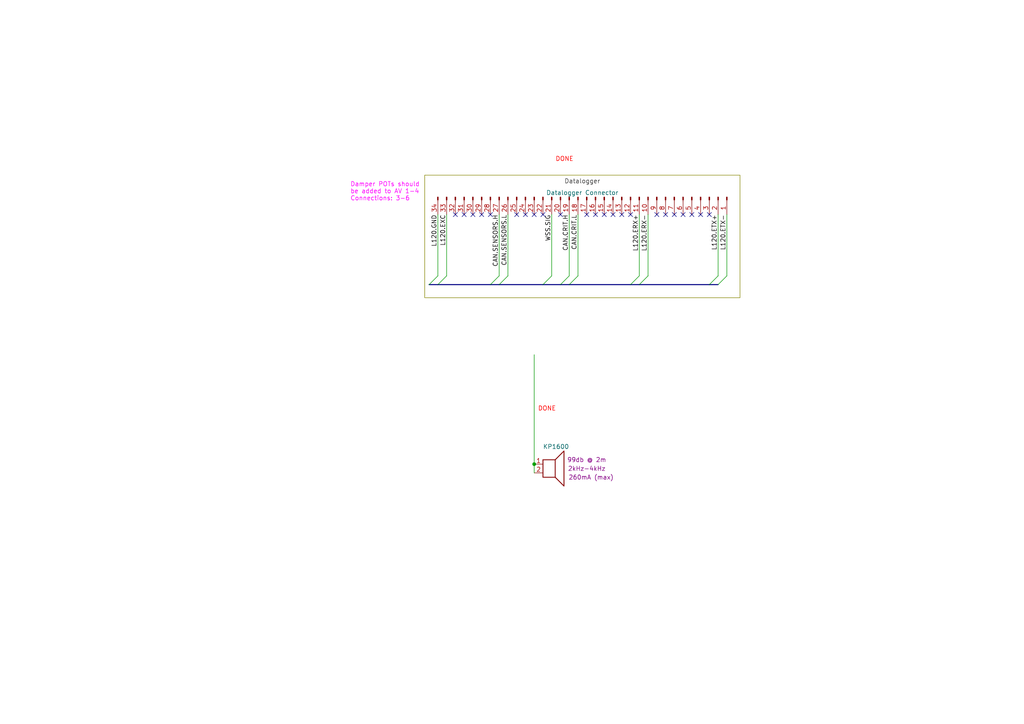
<source format=kicad_sch>
(kicad_sch (version 20230121) (generator eeschema)
  (paper "A4")
  (lib_symbols
    (symbol "Connector:Conn_01x34_Pin" (pin_names (offset 1.016) hide)
      (property "Reference" "J" (at 0 43.18 0))
      (property "Value" "Conn_01x34_Pin" (at 0 -45.72 0))
      (symbol "Conn_01x34_Pin_1_1"
        (polyline (pts (xy 1.27 -43.18) (xy 0.8636 -43.18)) (stroke (width 0.1524)))
        (polyline (pts (xy 1.27 -40.64) (xy 0.8636 -40.64)) (stroke (width 0.1524)))
        (polyline (pts (xy 1.27 -38.1) (xy 0.8636 -38.1)) (stroke (width 0.1524)))
        (polyline (pts (xy 1.27 -35.56) (xy 0.8636 -35.56)) (stroke (width 0.1524)))
        (polyline (pts (xy 1.27 -33.02) (xy 0.8636 -33.02)) (stroke (width 0.1524)))
        (polyline (pts (xy 1.27 -30.48) (xy 0.8636 -30.48)) (stroke (width 0.1524)))
        (polyline (pts (xy 1.27 -27.94) (xy 0.8636 -27.94)) (stroke (width 0.1524)))
        (polyline (pts (xy 1.27 -25.4) (xy 0.8636 -25.4)) (stroke (width 0.1524)))
        (polyline (pts (xy 1.27 -22.86) (xy 0.8636 -22.86)) (stroke (width 0.1524)))
        (polyline (pts (xy 1.27 -20.32) (xy 0.8636 -20.32)) (stroke (width 0.1524)))
        (polyline (pts (xy 1.27 -17.78) (xy 0.8636 -17.78)) (stroke (width 0.1524)))
        (polyline (pts (xy 1.27 -15.24) (xy 0.8636 -15.24)) (stroke (width 0.1524)))
        (polyline (pts (xy 1.27 -12.7) (xy 0.8636 -12.7)) (stroke (width 0.1524)))
        (polyline (pts (xy 1.27 -10.16) (xy 0.8636 -10.16)) (stroke (width 0.1524)))
        (polyline (pts (xy 1.27 -7.62) (xy 0.8636 -7.62)) (stroke (width 0.1524)))
        (polyline (pts (xy 1.27 -5.08) (xy 0.8636 -5.08)) (stroke (width 0.1524)))
        (polyline (pts (xy 1.27 -2.54) (xy 0.8636 -2.54)) (stroke (width 0.1524)))
        (polyline (pts (xy 1.27 0) (xy 0.8636 0)) (stroke (width 0.1524)))
        (polyline (pts (xy 1.27 2.54) (xy 0.8636 2.54)) (stroke (width 0.1524)))
        (polyline (pts (xy 1.27 5.08) (xy 0.8636 5.08)) (stroke (width 0.1524)))
        (polyline (pts (xy 1.27 7.62) (xy 0.8636 7.62)) (stroke (width 0.1524)))
        (polyline (pts (xy 1.27 10.16) (xy 0.8636 10.16)) (stroke (width 0.1524)))
        (polyline (pts (xy 1.27 12.7) (xy 0.8636 12.7)) (stroke (width 0.1524)))
        (polyline (pts (xy 1.27 15.24) (xy 0.8636 15.24)) (stroke (width 0.1524)))
        (polyline (pts (xy 1.27 17.78) (xy 0.8636 17.78)) (stroke (width 0.1524)))
        (polyline (pts (xy 1.27 20.32) (xy 0.8636 20.32)) (stroke (width 0.1524)))
        (polyline (pts (xy 1.27 22.86) (xy 0.8636 22.86)) (stroke (width 0.1524)))
        (polyline (pts (xy 1.27 25.4) (xy 0.8636 25.4)) (stroke (width 0.1524)))
        (polyline (pts (xy 1.27 27.94) (xy 0.8636 27.94)) (stroke (width 0.1524)))
        (polyline (pts (xy 1.27 30.48) (xy 0.8636 30.48)) (stroke (width 0.1524)))
        (polyline (pts (xy 1.27 33.02) (xy 0.8636 33.02)) (stroke (width 0.1524)))
        (polyline (pts (xy 1.27 35.56) (xy 0.8636 35.56)) (stroke (width 0.1524)))
        (polyline (pts (xy 1.27 38.1) (xy 0.8636 38.1)) (stroke (width 0.1524)))
        (polyline (pts (xy 1.27 40.64) (xy 0.8636 40.64)) (stroke (width 0.1524)))
        (rectangle (start 0.8636 -43.053) (end 0 -43.307) (stroke (width 0.1524)) (fill (type outline)))
        (rectangle (start 0.8636 -40.513) (end 0 -40.767) (stroke (width 0.1524)) (fill (type outline)))
        (rectangle (start 0.8636 -37.973) (end 0 -38.227) (stroke (width 0.1524)) (fill (type outline)))
        (rectangle (start 0.8636 -35.433) (end 0 -35.687) (stroke (width 0.1524)) (fill (type outline)))
        (rectangle (start 0.8636 -32.893) (end 0 -33.147) (stroke (width 0.1524)) (fill (type outline)))
        (rectangle (start 0.8636 -30.353) (end 0 -30.607) (stroke (width 0.1524)) (fill (type outline)))
        (rectangle (start 0.8636 -27.813) (end 0 -28.067) (stroke (width 0.1524)) (fill (type outline)))
        (rectangle (start 0.8636 -25.273) (end 0 -25.527) (stroke (width 0.1524)) (fill (type outline)))
        (rectangle (start 0.8636 -22.733) (end 0 -22.987) (stroke (width 0.1524)) (fill (type outline)))
        (rectangle (start 0.8636 -20.193) (end 0 -20.447) (stroke (width 0.1524)) (fill (type outline)))
        (rectangle (start 0.8636 -17.653) (end 0 -17.907) (stroke (width 0.1524)) (fill (type outline)))
        (rectangle (start 0.8636 -15.113) (end 0 -15.367) (stroke (width 0.1524)) (fill (type outline)))
        (rectangle (start 0.8636 -12.573) (end 0 -12.827) (stroke (width 0.1524)) (fill (type outline)))
        (rectangle (start 0.8636 -10.033) (end 0 -10.287) (stroke (width 0.1524)) (fill (type outline)))
        (rectangle (start 0.8636 -7.493) (end 0 -7.747) (stroke (width 0.1524)) (fill (type outline)))
        (rectangle (start 0.8636 -4.953) (end 0 -5.207) (stroke (width 0.1524)) (fill (type outline)))
        (rectangle (start 0.8636 -2.413) (end 0 -2.667) (stroke (width 0.1524)) (fill (type outline)))
        (rectangle (start 0.8636 0.127) (end 0 -0.127) (stroke (width 0.1524)) (fill (type outline)))
        (rectangle (start 0.8636 2.667) (end 0 2.413) (stroke (width 0.1524)) (fill (type outline)))
        (rectangle (start 0.8636 5.207) (end 0 4.953) (stroke (width 0.1524)) (fill (type outline)))
        (rectangle (start 0.8636 7.747) (end 0 7.493) (stroke (width 0.1524)) (fill (type outline)))
        (rectangle (start 0.8636 10.287) (end 0 10.033) (stroke (width 0.1524)) (fill (type outline)))
        (rectangle (start 0.8636 12.827) (end 0 12.573) (stroke (width 0.1524)) (fill (type outline)))
        (rectangle (start 0.8636 15.367) (end 0 15.113) (stroke (width 0.1524)) (fill (type outline)))
        (rectangle (start 0.8636 17.907) (end 0 17.653) (stroke (width 0.1524)) (fill (type outline)))
        (rectangle (start 0.8636 20.447) (end 0 20.193) (stroke (width 0.1524)) (fill (type outline)))
        (rectangle (start 0.8636 22.987) (end 0 22.733) (stroke (width 0.1524)) (fill (type outline)))
        (rectangle (start 0.8636 25.527) (end 0 25.273) (stroke (width 0.1524)) (fill (type outline)))
        (rectangle (start 0.8636 28.067) (end 0 27.813) (stroke (width 0.1524)) (fill (type outline)))
        (rectangle (start 0.8636 30.607) (end 0 30.353) (stroke (width 0.1524)) (fill (type outline)))
        (rectangle (start 0.8636 33.147) (end 0 32.893) (stroke (width 0.1524)) (fill (type outline)))
        (rectangle (start 0.8636 35.687) (end 0 35.433) (stroke (width 0.1524)) (fill (type outline)))
        (rectangle (start 0.8636 38.227) (end 0 37.973) (stroke (width 0.1524)) (fill (type outline)))
        (rectangle (start 0.8636 40.767) (end 0 40.513) (stroke (width 0.1524)) (fill (type outline)))
        (pin passive line (at 5.08 40.64 180) (length 3.81) (name "Pin_1") (number "1"))
        (pin passive line (at 5.08 17.78 180) (length 3.81) (name "Pin_10") (number "10"))
        (pin passive line (at 5.08 15.24 180) (length 3.81) (name "Pin_11") (number "11"))
        (pin passive line (at 5.08 12.7 180) (length 3.81) (name "Pin_12") (number "12"))
        (pin passive line (at 5.08 10.16 180) (length 3.81) (name "Pin_13") (number "13"))
        (pin passive line (at 5.08 7.62 180) (length 3.81) (name "Pin_14") (number "14"))
        (pin passive line (at 5.08 5.08 180) (length 3.81) (name "Pin_15") (number "15"))
        (pin passive line (at 5.08 2.54 180) (length 3.81) (name "Pin_16") (number "16"))
        (pin passive line (at 5.08 0 180) (length 3.81) (name "Pin_17") (number "17"))
        (pin passive line (at 5.08 -2.54 180) (length 3.81) (name "Pin_18") (number "18"))
        (pin passive line (at 5.08 -5.08 180) (length 3.81) (name "Pin_19") (number "19"))
        (pin passive line (at 5.08 38.1 180) (length 3.81) (name "Pin_2") (number "2"))
        (pin passive line (at 5.08 -7.62 180) (length 3.81) (name "Pin_20") (number "20"))
        (pin passive line (at 5.08 -10.16 180) (length 3.81) (name "Pin_21") (number "21"))
        (pin passive line (at 5.08 -12.7 180) (length 3.81) (name "Pin_22") (number "22"))
        (pin passive line (at 5.08 -15.24 180) (length 3.81) (name "Pin_23") (number "23"))
        (pin passive line (at 5.08 -17.78 180) (length 3.81) (name "Pin_24") (number "24"))
        (pin passive line (at 5.08 -20.32 180) (length 3.81) (name "Pin_25") (number "25"))
        (pin passive line (at 5.08 -22.86 180) (length 3.81) (name "Pin_26") (number "26"))
        (pin passive line (at 5.08 -25.4 180) (length 3.81) (name "Pin_27") (number "27"))
        (pin passive line (at 5.08 -27.94 180) (length 3.81) (name "Pin_28") (number "28"))
        (pin passive line (at 5.08 -30.48 180) (length 3.81) (name "Pin_29") (number "29"))
        (pin passive line (at 5.08 35.56 180) (length 3.81) (name "Pin_3") (number "3"))
        (pin passive line (at 5.08 -33.02 180) (length 3.81) (name "Pin_30") (number "30"))
        (pin passive line (at 5.08 -35.56 180) (length 3.81) (name "Pin_31") (number "31"))
        (pin passive line (at 5.08 -38.1 180) (length 3.81) (name "Pin_32") (number "32"))
        (pin passive line (at 5.08 -40.64 180) (length 3.81) (name "Pin_33") (number "33"))
        (pin passive line (at 5.08 -43.18 180) (length 3.81) (name "Pin_34") (number "34"))
        (pin passive line (at 5.08 33.02 180) (length 3.81) (name "Pin_4") (number "4"))
        (pin passive line (at 5.08 30.48 180) (length 3.81) (name "Pin_5") (number "5"))
        (pin passive line (at 5.08 27.94 180) (length 3.81) (name "Pin_6") (number "6"))
        (pin passive line (at 5.08 25.4 180) (length 3.81) (name "Pin_7") (number "7"))
        (pin passive line (at 5.08 22.86 180) (length 3.81) (name "Pin_8") (number "8"))
        (pin passive line (at 5.08 20.32 180) (length 3.81) (name "Pin_9") (number "9"))
      )
    )
    (symbol "Device:Speaker" (pin_names (offset 0) hide)
      (property "Reference" "LS" (at 1.27 5.715 0))
      (property "Value" "Speaker" (at 1.27 3.81 0))
      (symbol "Speaker_0_0"
        (rectangle (start -2.54 1.27) (end 1.016 -3.81) (stroke (width 0.254)))
        (polyline (pts (xy 1.016 1.27) (xy 3.556 3.81) (xy 3.556 -6.35) (xy 1.016 -3.81)) (stroke (width 0.254)))
      )
      (symbol "Speaker_1_1"
        (pin input line (at -5.08 0 0) (length 2.54) (name "1") (number "1"))
        (pin input line (at -5.08 -2.54 0) (length 2.54) (name "2") (number "2"))
      )
    )
  )
  (junction (at 154.94 134.62))
  (no_connect (at 172.72 62.23))
  (no_connect (at 149.86 62.23))
  (no_connect (at 175.26 62.23))
  (no_connect (at 154.94 62.23))
  (no_connect (at 139.7 62.23))
  (no_connect (at 152.4 62.23))
  (no_connect (at 170.18 62.23))
  (no_connect (at 157.48 62.23))
  (no_connect (at 193.04 62.23))
  (no_connect (at 137.16 62.23))
  (no_connect (at 205.74 62.23))
  (no_connect (at 162.56 62.23))
  (no_connect (at 177.8 62.23))
  (no_connect (at 132.08 62.23))
  (no_connect (at 134.62 62.23))
  (no_connect (at 195.58 62.23))
  (no_connect (at 142.24 62.23))
  (no_connect (at 200.66 62.23))
  (no_connect (at 182.88 62.23))
  (no_connect (at 203.2 62.23))
  (no_connect (at 190.5 62.23))
  (no_connect (at 198.12 62.23))
  (no_connect (at 180.34 62.23))
  (bus_entry (at 124.46 82.55) (size 2.54 -2.54))
  (bus_entry (at 127 82.55) (size 2.54 -2.54))
  (bus_entry (at 208.28 82.55) (size 2.54 -2.54))
  (bus_entry (at 205.74 82.55) (size 2.54 -2.54))
  (bus_entry (at 142.24 82.55) (size 2.54 -2.54))
  (bus_entry (at 165.1 82.55) (size 2.54 -2.54))
  (bus_entry (at 144.78 82.55) (size 2.54 -2.54))
  (bus_entry (at 185.42 82.55) (size 2.54 -2.54))
  (bus_entry (at 182.88 82.55) (size 2.54 -2.54))
  (bus_entry (at 162.56 82.55) (size 2.54 -2.54))
  (bus_entry (at 157.48 82.55) (size 2.54 -2.54))
  (wire (pts (xy 167.64 62.23) (xy 167.64 80.01)))
  (bus (pts (xy 165.1 82.55) (xy 182.88 82.55)))
  (wire (pts (xy 208.28 62.23) (xy 208.28 80.01)))
  (bus (pts (xy 124.46 82.55) (xy 127 82.55)))
  (wire (pts (xy 187.96 62.23) (xy 187.96 80.01)))
  (wire (pts (xy 154.94 134.62) (xy 154.94 137.16)))
  (wire (pts (xy 210.82 62.23) (xy 210.82 80.01)))
  (wire (pts (xy 154.94 102.87) (xy 154.94 134.62)))
  (wire (pts (xy 127 62.23) (xy 127 80.01)))
  (wire (pts (xy 144.78 62.23) (xy 144.78 80.01)))
  (bus (pts (xy 157.48 82.55) (xy 162.56 82.55)))
  (wire (pts (xy 185.42 62.23) (xy 185.42 80.01)))
  (bus (pts (xy 127 82.55) (xy 142.24 82.55)))
  (bus (pts (xy 205.74 82.55) (xy 208.28 82.55)))
  (wire (pts (xy 160.02 62.23) (xy 160.02 80.01)))
  (wire (pts (xy 129.54 62.23) (xy 129.54 80.01)))
  (bus (pts (xy 162.56 82.55) (xy 165.1 82.55)))
  (wire (pts (xy 165.1 62.23) (xy 165.1 80.01)))
  (bus (pts (xy 185.42 82.55) (xy 205.74 82.55)))
  (bus (pts (xy 182.88 82.55) (xy 185.42 82.55)))
  (wire (pts (xy 147.32 62.23) (xy 147.32 80.01)))
  (bus (pts (xy 142.24 82.55) (xy 144.78 82.55)))
  (bus (pts (xy 144.78 82.55) (xy 157.48 82.55)))
  (text_box "Datalogger" (at 123.19 50.8 0) (size 91.44 35.56) (stroke (width 0) (color 132 132 0 1)) (effects (font (size 1.27 1.27)) (justify top)))
  (text "Damper POTs should\nbe added to AV 1-4\nConnections: 3-6\n" (at 101.6 58.42 0) (effects (font (size 1.27 1.27)) (justify left bottom)))
  (text "DONE" (at 161.29 119.38 0) (effects (font (size 1.27 1.27)) (justify right bottom)))
  (text "DONE" (at 166.37 46.99 0) (effects (font (size 1.27 1.27)) (justify right bottom)))
  (label "L120.ETX+" (at 208.28 62.23 270))
  (label "L120.EXC" (at 129.54 62.23 270))
  (label "L120.ETX-" (at 210.82 62.23 270))
  (label "CAN.CRIT.H" (at 165.1 62.23 270))
  (label "WSS.SIG" (at 160.02 62.23 270))
  (label "L120.GND" (at 127 62.23 270))
  (label "CAN.SENSORS.H" (at 144.78 62.23 270))
  (label "L120.ERX-" (at 187.96 62.23 270))
  (label "CAN.SENSORS.L" (at 147.32 62.23 270))
  (label "CAN.CRIT.L" (at 167.64 62.23 270))
  (label "L120.ERX+" (at 185.42 62.23 270))
  (symbol (lib_id "Connector:Conn_01x34_Pin") (at 170.18 57.15 270) (unit 1)
    (property "Reference" "J60" (effects hide))
    (property "Value" "Datalogger Connector" (at 168.91 55.88 90))
  )
  (symbol (lib_id "Device:Speaker") (at 160.02 134.62 0) (unit 1) (on_board no)
    (property "Reference" "#SP1" (effects hide))
    (property "Value" "KP1600" (at 157.48 129.54 0) (effects (justify left)))
    (property "Notes" "99db @ 2m" (at 170.18 133.35 0))
    (property "Freq" "2kHz-4kHz" (at 170.18 135.89 0))
    (property "Current" "260mA (max)" (at 171.45 138.43 0))
  )
)
</source>
